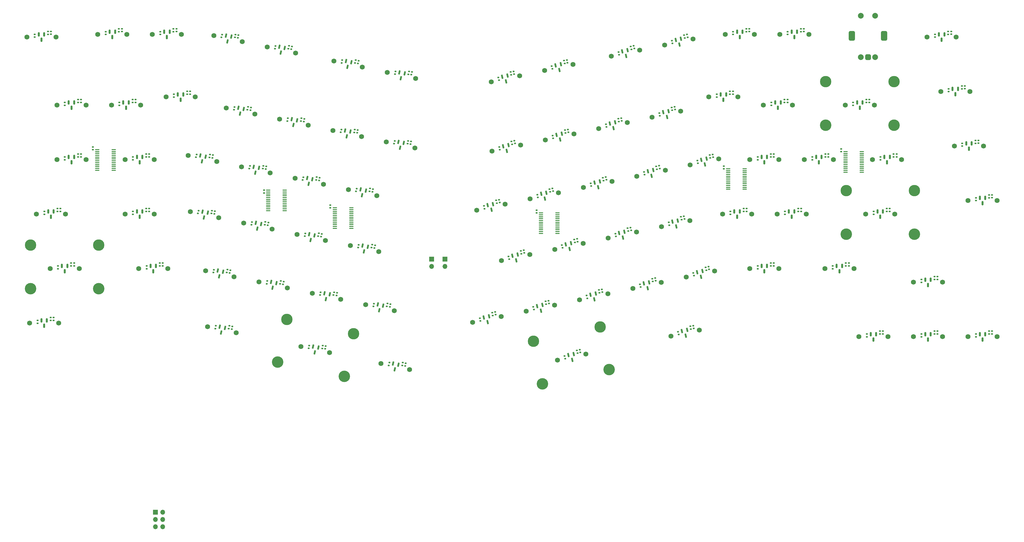
<source format=gbr>
%TF.GenerationSoftware,KiCad,Pcbnew,8.0.1*%
%TF.CreationDate,2024-04-11T15:05:29-07:00*%
%TF.ProjectId,Erebus,45726562-7573-42e6-9b69-6361645f7063,rev?*%
%TF.SameCoordinates,Original*%
%TF.FileFunction,Soldermask,Bot*%
%TF.FilePolarity,Negative*%
%FSLAX46Y46*%
G04 Gerber Fmt 4.6, Leading zero omitted, Abs format (unit mm)*
G04 Created by KiCad (PCBNEW 8.0.1) date 2024-04-11 15:05:29*
%MOMM*%
%LPD*%
G01*
G04 APERTURE LIST*
G04 Aperture macros list*
%AMRoundRect*
0 Rectangle with rounded corners*
0 $1 Rounding radius*
0 $2 $3 $4 $5 $6 $7 $8 $9 X,Y pos of 4 corners*
0 Add a 4 corners polygon primitive as box body*
4,1,4,$2,$3,$4,$5,$6,$7,$8,$9,$2,$3,0*
0 Add four circle primitives for the rounded corners*
1,1,$1+$1,$2,$3*
1,1,$1+$1,$4,$5*
1,1,$1+$1,$6,$7*
1,1,$1+$1,$8,$9*
0 Add four rect primitives between the rounded corners*
20,1,$1+$1,$2,$3,$4,$5,0*
20,1,$1+$1,$4,$5,$6,$7,0*
20,1,$1+$1,$6,$7,$8,$9,0*
20,1,$1+$1,$8,$9,$2,$3,0*%
G04 Aperture macros list end*
%ADD10C,4.000000*%
%ADD11C,3.987800*%
%ADD12R,1.700000X1.700000*%
%ADD13O,1.700000X1.700000*%
%ADD14C,2.000000*%
%ADD15RoundRect,0.500000X0.500000X-0.500000X0.500000X0.500000X-0.500000X0.500000X-0.500000X-0.500000X0*%
%ADD16RoundRect,0.550000X0.550000X-1.150000X0.550000X1.150000X-0.550000X1.150000X-0.550000X-1.150000X0*%
%ADD17RoundRect,0.140000X0.195393X-0.101596X0.137177X0.172286X-0.195393X0.101596X-0.137177X-0.172286X0*%
%ADD18RoundRect,0.135000X-0.209025X0.093586X-0.152889X-0.170514X0.209025X-0.093586X0.152889X0.170514X0*%
%ADD19RoundRect,0.140000X-0.170000X0.140000X-0.170000X-0.140000X0.170000X-0.140000X0.170000X0.140000X0*%
%ADD20RoundRect,0.140000X0.170000X-0.140000X0.170000X0.140000X-0.170000X0.140000X-0.170000X-0.140000X0*%
%ADD21RoundRect,0.140000X-0.195393X0.101596X-0.137177X-0.172286X0.195393X-0.101596X0.137177X0.172286X0*%
%ADD22RoundRect,0.140000X-0.137177X0.172286X-0.195393X-0.101596X0.137177X-0.172286X0.195393X0.101596X0*%
%ADD23RoundRect,0.135000X-0.185000X0.135000X-0.185000X-0.135000X0.185000X-0.135000X0.185000X0.135000X0*%
%ADD24C,1.750000*%
%ADD25RoundRect,0.150000X-0.024574X0.605848X-0.268870X-0.543475X0.024574X-0.605848X0.268870X0.543475X0*%
%ADD26RoundRect,0.150000X-0.268870X0.543475X-0.024574X-0.605848X0.268870X-0.543475X0.024574X0.605848X0*%
%ADD27RoundRect,0.150000X-0.150000X0.587500X-0.150000X-0.587500X0.150000X-0.587500X0.150000X0.587500X0*%
%ADD28RoundRect,0.140000X0.137177X-0.172286X0.195393X0.101596X-0.137177X0.172286X-0.195393X-0.101596X0*%
%ADD29RoundRect,0.135000X-0.152889X0.170514X-0.209025X-0.093586X0.152889X-0.170514X0.209025X0.093586X0*%
%ADD30RoundRect,0.100000X0.637500X0.100000X-0.637500X0.100000X-0.637500X-0.100000X0.637500X-0.100000X0*%
G04 APERTURE END LIST*
D10*
%TO.C,S75*%
X252092558Y-202324856D03*
D11*
X255261132Y-187417886D03*
D10*
X228800418Y-197373958D03*
D11*
X231968992Y-182466989D03*
%TD*%
D10*
%TO.C,S28*%
X443958308Y-114526562D03*
D11*
X443958308Y-99286562D03*
D10*
X420145808Y-114526562D03*
D11*
X420145808Y-99286562D03*
%TD*%
D12*
%TO.C,JP2*%
X287199600Y-161340800D03*
D13*
X287199600Y-163880800D03*
%TD*%
D12*
%TO.C,SWD1*%
X186144900Y-249824600D03*
D13*
X188684900Y-249824600D03*
X186144900Y-252364600D03*
X188684900Y-252364600D03*
X186144900Y-254904600D03*
X188684900Y-254904600D03*
%TD*%
D12*
%TO.C,JP1*%
X282549600Y-161340800D03*
D13*
X282549600Y-163880800D03*
%TD*%
D10*
%TO.C,S57*%
X451102058Y-152626562D03*
D11*
X451102058Y-137386562D03*
D10*
X427289558Y-152626562D03*
D11*
X427289558Y-137386562D03*
%TD*%
D10*
%TO.C,S77*%
X344539658Y-200001864D03*
D11*
X341371084Y-185094895D03*
D10*
X321247518Y-204952762D03*
D11*
X318078944Y-190045792D03*
%TD*%
D14*
%TO.C,ENCODER1*%
X432409558Y-90801600D03*
X437409558Y-90801600D03*
D15*
X434909558Y-90801600D03*
D16*
X429309558Y-83301600D03*
X440509558Y-83301600D03*
D14*
X437409558Y-76301600D03*
X432409558Y-76301600D03*
%TD*%
D10*
%TO.C,S59*%
X166304558Y-171676562D03*
D11*
X166304558Y-156436562D03*
D10*
X142492058Y-171676562D03*
D11*
X142492058Y-156436562D03*
%TD*%
D17*
%TO.C,C109*%
X328243401Y-157406639D03*
X328043805Y-156467617D03*
%TD*%
D18*
%TO.C,R77*%
X372858976Y-184849635D03*
X373071046Y-185847345D03*
%TD*%
D19*
%TO.C,C124*%
X157715508Y-162745362D03*
X157715508Y-163705362D03*
%TD*%
D20*
%TO.C,C31*%
X406870458Y-82808962D03*
X406870458Y-81848962D03*
%TD*%
D17*
%TO.C,C139*%
X355496259Y-171089453D03*
X355296663Y-170150431D03*
%TD*%
D21*
%TO.C,C138*%
X341966750Y-171942437D03*
X342166346Y-172881459D03*
%TD*%
D20*
%TO.C,C4*%
X319227200Y-145234600D03*
X319227200Y-144274600D03*
%TD*%
D17*
%TO.C,C77*%
X300990544Y-143723824D03*
X300790948Y-142784802D03*
%TD*%
D19*
%TO.C,C62*%
X435369258Y-105595362D03*
X435369258Y-106555362D03*
%TD*%
D22*
%TO.C,C20*%
X275658724Y-95956432D03*
X275459128Y-96895454D03*
%TD*%
D23*
%TO.C,R59*%
X156674108Y-162743362D03*
X156674108Y-163763362D03*
%TD*%
D24*
%TO.C,SW62*%
X232194747Y-171478808D03*
X222256767Y-169366426D03*
D25*
X226487276Y-169327649D03*
X227026682Y-171359193D03*
X228345756Y-169722683D03*
%TD*%
D19*
%TO.C,C38*%
X179146758Y-105595362D03*
X179146758Y-106555362D03*
%TD*%
D24*
%TO.C,SW65*%
X306828243Y-181401036D03*
X296890263Y-183513418D03*
D26*
X300739254Y-181757293D03*
X302058328Y-183393803D03*
X302597734Y-181362259D03*
%TD*%
D21*
%TO.C,C136*%
X323333038Y-175903155D03*
X323532634Y-176842177D03*
%TD*%
D24*
%TO.C,SW45*%
X154715808Y-145641562D03*
X144555808Y-145641562D03*
D27*
X148685808Y-144724062D03*
X149635808Y-146599062D03*
X150585808Y-144724062D03*
%TD*%
D28*
%TO.C,C133*%
X262215577Y-177893057D03*
X262415173Y-176954035D03*
%TD*%
D29*
%TO.C,R63*%
X248490590Y-172950873D03*
X248278520Y-173948583D03*
%TD*%
D21*
%TO.C,C24*%
X329792128Y-91758982D03*
X329991724Y-92698004D03*
%TD*%
D19*
%TO.C,C150*%
X150571758Y-181795362D03*
X150571758Y-182755362D03*
%TD*%
D23*
%TO.C,R69*%
X400990358Y-162743362D03*
X400990358Y-163763362D03*
%TD*%
D24*
%TO.C,SW55*%
X394269558Y-145641562D03*
X384109558Y-145641562D03*
D27*
X388239558Y-144724062D03*
X389189558Y-146599062D03*
X390139558Y-144724062D03*
%TD*%
D22*
%TO.C,C44*%
X238098831Y-112317316D03*
X237899235Y-113256338D03*
%TD*%
D28*
%TO.C,C151*%
X207012152Y-185634795D03*
X207211748Y-184695773D03*
%TD*%
D24*
%TO.C,SW56*%
X413319558Y-145641562D03*
X403159558Y-145641562D03*
D27*
X407289558Y-144724062D03*
X408239558Y-146599062D03*
X409189558Y-144724062D03*
%TD*%
D29*
%TO.C,R35*%
X261070453Y-136673629D03*
X260858383Y-137671339D03*
%TD*%
%TO.C,R4*%
X214080933Y-82865624D03*
X213868863Y-83863334D03*
%TD*%
D24*
%TO.C,SW52*%
X335476521Y-155836069D03*
X325538541Y-157948451D03*
D26*
X329387532Y-156192326D03*
X330706606Y-157828836D03*
X331246012Y-155797292D03*
%TD*%
D18*
%TO.C,R54*%
X369595969Y-146592032D03*
X369808039Y-147589742D03*
%TD*%
D24*
%TO.C,SW74*%
X214258746Y-187141981D03*
X204320766Y-185029599D03*
D25*
X208551275Y-184990822D03*
X209090681Y-187022366D03*
X210409755Y-185385856D03*
%TD*%
D20*
%TO.C,C163*%
X453542958Y-188536462D03*
X453542958Y-187576462D03*
%TD*%
D24*
%TO.C,SW39*%
X364124799Y-130271101D03*
X354186819Y-132383483D03*
D26*
X358035810Y-130627358D03*
X359354884Y-132263868D03*
X359894290Y-130232324D03*
%TD*%
D23*
%TO.C,R27*%
X405752858Y-105593362D03*
X405752858Y-106613362D03*
%TD*%
D20*
%TO.C,C91*%
X439255458Y-126623962D03*
X439255458Y-125663962D03*
%TD*%
D24*
%TO.C,SW26*%
X389507058Y-104684062D03*
X379347058Y-104684062D03*
D27*
X383477058Y-103766562D03*
X384427058Y-105641562D03*
X385377058Y-103766562D03*
%TD*%
D21*
%TO.C,C82*%
X343362171Y-132694655D03*
X343561767Y-133633677D03*
%TD*%
D23*
%TO.C,R78*%
X439090358Y-186555862D03*
X439090358Y-187575862D03*
%TD*%
D24*
%TO.C,SW58*%
X479994558Y-140879062D03*
X469834558Y-140879062D03*
D27*
X473964558Y-139961562D03*
X474914558Y-141836562D03*
X475864558Y-139961562D03*
%TD*%
D20*
%TO.C,C125*%
X183032958Y-164723962D03*
X183032958Y-163763962D03*
%TD*%
%TO.C,C123*%
X152076708Y-164723962D03*
X152076708Y-163763962D03*
%TD*%
%TO.C,C11*%
X187795458Y-82808962D03*
X187795458Y-81848962D03*
%TD*%
D29*
%TO.C,R34*%
X242436742Y-132712911D03*
X242224672Y-133710621D03*
%TD*%
D20*
%TO.C,C59*%
X401155458Y-107573962D03*
X401155458Y-106613962D03*
%TD*%
D22*
%TO.C,C14*%
X215099161Y-83084099D03*
X214899565Y-84023121D03*
%TD*%
D19*
%TO.C,C34*%
X160096758Y-105595362D03*
X160096758Y-106555362D03*
%TD*%
D17*
%TO.C,C141*%
X374129971Y-167128736D03*
X373930375Y-166189714D03*
%TD*%
D22*
%TO.C,C152*%
X212939105Y-184871804D03*
X212739509Y-185810826D03*
%TD*%
D24*
%TO.C,SW9*%
X331921045Y-93296146D03*
X321983065Y-95408528D03*
D26*
X325832056Y-93652403D03*
X327151130Y-95288913D03*
X327690536Y-93257369D03*
%TD*%
D29*
%TO.C,R5*%
X232714645Y-86826342D03*
X232502575Y-87824052D03*
%TD*%
D24*
%TO.C,SW80*%
X460944558Y-188504062D03*
X450784558Y-188504062D03*
D27*
X454914558Y-187586562D03*
X455864558Y-189461562D03*
X456814558Y-187586562D03*
%TD*%
D29*
%TO.C,R62*%
X229856878Y-168990156D03*
X229644808Y-169987866D03*
%TD*%
D19*
%TO.C,C40*%
X198196758Y-102737862D03*
X198196758Y-103697862D03*
%TD*%
D18*
%TO.C,R76*%
X333262339Y-193266160D03*
X333474409Y-194263870D03*
%TD*%
D29*
%TO.C,R33*%
X223803030Y-128752194D03*
X223590960Y-129749904D03*
%TD*%
D24*
%TO.C,SW76*%
X274818309Y-200014314D03*
X264880329Y-197901932D03*
D25*
X269110838Y-197863155D03*
X269650244Y-199894699D03*
X270969318Y-198258189D03*
%TD*%
D17*
%TO.C,C113*%
X365510825Y-149485203D03*
X365311229Y-148546181D03*
%TD*%
D18*
%TO.C,R8*%
X310139357Y-95934263D03*
X310351427Y-96931973D03*
%TD*%
D24*
%TO.C,SW63*%
X250828459Y-175439525D03*
X240890479Y-173327143D03*
D25*
X245120988Y-173288366D03*
X245660394Y-175319910D03*
X246979468Y-173683400D03*
%TD*%
D17*
%TO.C,C85*%
X375525391Y-127880953D03*
X375325795Y-126941931D03*
%TD*%
D29*
%TO.C,R20*%
X255714315Y-116059558D03*
X255502245Y-117057268D03*
%TD*%
D18*
%TO.C,R65*%
X322313979Y-176117718D03*
X322526049Y-177115428D03*
%TD*%
D29*
%TO.C,R64*%
X267124302Y-176911591D03*
X266912232Y-177909301D03*
%TD*%
D18*
%TO.C,R39*%
X360976823Y-128948500D03*
X361188893Y-129946210D03*
%TD*%
D24*
%TO.C,SW75*%
X246867741Y-194073237D03*
X236929761Y-191960855D03*
D25*
X241160270Y-191922078D03*
X241699676Y-193953622D03*
X243018750Y-192317112D03*
%TD*%
D28*
%TO.C,C69*%
X200260593Y-125772942D03*
X200460189Y-124833920D03*
%TD*%
D30*
%TO.C,U5*%
X326458500Y-145218200D03*
X326458500Y-145868200D03*
X326458500Y-146518200D03*
X326458500Y-147168200D03*
X326458500Y-147818200D03*
X326458500Y-148468200D03*
X326458500Y-149118200D03*
X326458500Y-149768200D03*
X326458500Y-150418200D03*
X326458500Y-151068200D03*
X326458500Y-151718200D03*
X326458500Y-152368200D03*
X320733500Y-152368200D03*
X320733500Y-151718200D03*
X320733500Y-151068200D03*
X320733500Y-150418200D03*
X320733500Y-149768200D03*
X320733500Y-149118200D03*
X320733500Y-148468200D03*
X320733500Y-147818200D03*
X320733500Y-147168200D03*
X320733500Y-146518200D03*
X320733500Y-145868200D03*
X320733500Y-145218200D03*
%TD*%
D29*
%TO.C,R19*%
X237080603Y-112098841D03*
X236868533Y-113096551D03*
%TD*%
D20*
%TO.C,C37*%
X173507958Y-107573962D03*
X173507958Y-106613962D03*
%TD*%
D24*
%TO.C,SW79*%
X441894558Y-188504062D03*
X431734558Y-188504062D03*
D27*
X435864558Y-187586562D03*
X436814558Y-189461562D03*
X437764558Y-187586562D03*
%TD*%
D23*
%TO.C,R42*%
X420040358Y-124643362D03*
X420040358Y-125663362D03*
%TD*%
D19*
%TO.C,C30*%
X393459258Y-80830362D03*
X393459258Y-81790362D03*
%TD*%
D21*
%TO.C,C54*%
X348718309Y-112080584D03*
X348917905Y-113019606D03*
%TD*%
D24*
%TO.C,SW51*%
X316842810Y-159796786D03*
X306904830Y-161909168D03*
D26*
X310753821Y-160153043D03*
X312072895Y-161789553D03*
X312612301Y-159758009D03*
%TD*%
D29*
%TO.C,R61*%
X211223166Y-165029438D03*
X211011096Y-166027148D03*
%TD*%
D24*
%TO.C,SW7*%
X276978365Y-98226609D03*
X267040385Y-96114227D03*
D25*
X271270894Y-96075450D03*
X271810300Y-98106994D03*
X273129374Y-96470484D03*
%TD*%
D29*
%TO.C,R75*%
X272480440Y-197525662D03*
X272268370Y-198523372D03*
%TD*%
D24*
%TO.C,SW64*%
X269462171Y-179400243D03*
X259524191Y-177287861D03*
D25*
X263754700Y-177249084D03*
X264294106Y-179280628D03*
X265613180Y-177644118D03*
%TD*%
D21*
%TO.C,C114*%
X370615028Y-146377469D03*
X370814624Y-147316491D03*
%TD*%
D23*
%TO.C,R70*%
X427184108Y-162743362D03*
X427184108Y-163763362D03*
%TD*%
D30*
%TO.C,U2*%
X231233900Y-137268000D03*
X231233900Y-137918000D03*
X231233900Y-138568000D03*
X231233900Y-139218000D03*
X231233900Y-139868000D03*
X231233900Y-140518000D03*
X231233900Y-141168000D03*
X231233900Y-141818000D03*
X231233900Y-142468000D03*
X231233900Y-143118000D03*
X231233900Y-143768000D03*
X231233900Y-144418000D03*
X225508900Y-144418000D03*
X225508900Y-143768000D03*
X225508900Y-143118000D03*
X225508900Y-142468000D03*
X225508900Y-141818000D03*
X225508900Y-141168000D03*
X225508900Y-140518000D03*
X225508900Y-139868000D03*
X225508900Y-139218000D03*
X225508900Y-138568000D03*
X225508900Y-137918000D03*
X225508900Y-137268000D03*
%TD*%
D23*
%TO.C,R45*%
X151911608Y-143693362D03*
X151911608Y-144713362D03*
%TD*%
D21*
%TO.C,C168*%
X304699326Y-179863872D03*
X304898922Y-180802894D03*
%TD*%
D22*
%TO.C,C156*%
X273498668Y-197744137D03*
X273299072Y-198683159D03*
%TD*%
D30*
%TO.C,U7*%
X432775200Y-123795000D03*
X432775200Y-124445000D03*
X432775200Y-125095000D03*
X432775200Y-125745000D03*
X432775200Y-126395000D03*
X432775200Y-127045000D03*
X432775200Y-127695000D03*
X432775200Y-128345000D03*
X432775200Y-128995000D03*
X432775200Y-129645000D03*
X432775200Y-130295000D03*
X432775200Y-130945000D03*
X427050200Y-130945000D03*
X427050200Y-130295000D03*
X427050200Y-129645000D03*
X427050200Y-128995000D03*
X427050200Y-128345000D03*
X427050200Y-127695000D03*
X427050200Y-127045000D03*
X427050200Y-126395000D03*
X427050200Y-125745000D03*
X427050200Y-125095000D03*
X427050200Y-124445000D03*
X427050200Y-123795000D03*
%TD*%
D18*
%TO.C,R25*%
X366332962Y-108334429D03*
X366545032Y-109332139D03*
%TD*%
%TO.C,R10*%
X352065208Y-87022648D03*
X352277278Y-88020358D03*
%TD*%
D17*
%TO.C,C135*%
X318228835Y-179010889D03*
X318029239Y-178071867D03*
%TD*%
D19*
%TO.C,C58*%
X387744258Y-102737862D03*
X387744258Y-103697862D03*
%TD*%
D24*
%TO.C,SW19*%
X239418472Y-114587493D03*
X229480492Y-112475111D03*
D25*
X233711001Y-112436334D03*
X234250407Y-114467878D03*
X235569481Y-112831368D03*
%TD*%
D23*
%TO.C,R17*%
X197155358Y-102735862D03*
X197155358Y-103755862D03*
%TD*%
D29*
%TO.C,R74*%
X244529872Y-191584585D03*
X244317802Y-192582295D03*
%TD*%
D21*
%TO.C,C110*%
X333347604Y-154298905D03*
X333547200Y-155237927D03*
%TD*%
D24*
%TO.C,SW46*%
X185672058Y-145641562D03*
X175512058Y-145641562D03*
D27*
X179642058Y-144724062D03*
X180592058Y-146599062D03*
X181542058Y-144724062D03*
%TD*%
D22*
%TO.C,C16*%
X233732873Y-87044817D03*
X233533277Y-87983839D03*
%TD*%
D24*
%TO.C,SW3*%
X195197058Y-82776562D03*
X185037058Y-82776562D03*
D27*
X189167058Y-81859062D03*
X190117058Y-83734062D03*
X191067058Y-81859062D03*
%TD*%
D24*
%TO.C,SW23*%
X332213514Y-117578466D03*
X322275534Y-119690848D03*
D26*
X326124525Y-117934723D03*
X327443599Y-119571233D03*
X327983005Y-117539689D03*
%TD*%
D23*
%TO.C,R2*%
X173342858Y-80828362D03*
X173342858Y-81848362D03*
%TD*%
D24*
%TO.C,SW6*%
X258344653Y-94265891D03*
X248406673Y-92153509D03*
D25*
X252637182Y-92114732D03*
X253176588Y-94146276D03*
X254495662Y-92509766D03*
%TD*%
D30*
%TO.C,U3*%
X171551600Y-123113800D03*
X171551600Y-123763800D03*
X171551600Y-124413800D03*
X171551600Y-125063800D03*
X171551600Y-125713800D03*
X171551600Y-126363800D03*
X171551600Y-127013800D03*
X171551600Y-127663800D03*
X171551600Y-128313800D03*
X171551600Y-128963800D03*
X171551600Y-129613800D03*
X171551600Y-130263800D03*
X165826600Y-130263800D03*
X165826600Y-129613800D03*
X165826600Y-128963800D03*
X165826600Y-128313800D03*
X165826600Y-127663800D03*
X165826600Y-127013800D03*
X165826600Y-126363800D03*
X165826600Y-125713800D03*
X165826600Y-125063800D03*
X165826600Y-124413800D03*
X165826600Y-123763800D03*
X165826600Y-123113800D03*
%TD*%
D24*
%TO.C,SW73*%
X152334558Y-183741562D03*
X142174558Y-183741562D03*
D27*
X146304558Y-182824062D03*
X147254558Y-184699062D03*
X148204558Y-182824062D03*
%TD*%
D23*
%TO.C,R1*%
X148577858Y-81780862D03*
X148577858Y-82800862D03*
%TD*%
D20*
%TO.C,C9*%
X168745458Y-82808962D03*
X168745458Y-81848962D03*
%TD*%
D24*
%TO.C,SW11*%
X373846896Y-84384532D03*
X363908916Y-86496914D03*
D26*
X367757907Y-84740789D03*
X369076981Y-86377299D03*
X369616387Y-84345755D03*
%TD*%
D28*
%TO.C,C41*%
X213538167Y-109119589D03*
X213737763Y-108180567D03*
%TD*%
D22*
%TO.C,C42*%
X219465120Y-108356598D03*
X219265524Y-109295620D03*
%TD*%
D24*
%TO.C,SW47*%
X208204897Y-146904019D03*
X198266917Y-144791637D03*
D25*
X202497426Y-144752860D03*
X203036832Y-146784404D03*
X204355906Y-145147894D03*
%TD*%
D18*
%TO.C,R52*%
X332328545Y-154513468D03*
X332540615Y-155511178D03*
%TD*%
D22*
%TO.C,C132*%
X249508818Y-173169348D03*
X249309222Y-174108370D03*
%TD*%
D24*
%TO.C,SW35*%
X263408322Y-139162281D03*
X253470342Y-137049899D03*
D25*
X257700851Y-137011122D03*
X258240257Y-139042666D03*
X259559331Y-137406156D03*
%TD*%
D28*
%TO.C,C105*%
X256859439Y-157278986D03*
X257059035Y-156339964D03*
%TD*%
D24*
%TO.C,SW5*%
X235052514Y-89314994D03*
X225114534Y-87202612D03*
D25*
X229345043Y-87163835D03*
X229884449Y-89195379D03*
X231203523Y-87558869D03*
%TD*%
D28*
%TO.C,C47*%
X269439302Y-121001742D03*
X269638898Y-120062720D03*
%TD*%
D20*
%TO.C,C39*%
X192557958Y-104716462D03*
X192557958Y-103756462D03*
%TD*%
D22*
%TO.C,C70*%
X206187546Y-125009951D03*
X205987950Y-125948973D03*
%TD*%
D19*
%TO.C,C122*%
X478231758Y-138932862D03*
X478231758Y-139892862D03*
%TD*%
D20*
%TO.C,C165*%
X472592958Y-188536462D03*
X472592958Y-187576462D03*
%TD*%
%TO.C,C95*%
X147314208Y-145673962D03*
X147314208Y-144713962D03*
%TD*%
D28*
%TO.C,C43*%
X232171878Y-113080307D03*
X232371474Y-112141285D03*
%TD*%
D24*
%TO.C,SW72*%
X460944558Y-169454062D03*
X450784558Y-169454062D03*
D27*
X454914558Y-168536562D03*
X455864558Y-170411562D03*
X456814558Y-168536562D03*
%TD*%
D22*
%TO.C,C154*%
X245548100Y-191803060D03*
X245348504Y-192742082D03*
%TD*%
D18*
%TO.C,R51*%
X313694834Y-158474185D03*
X313906904Y-159471895D03*
%TD*%
%TO.C,R9*%
X328773069Y-91973545D03*
X328985139Y-92971255D03*
%TD*%
D17*
%TO.C,C25*%
X347980064Y-89915819D03*
X347780468Y-88976797D03*
%TD*%
D24*
%TO.C,SW17*%
X199959558Y-104684062D03*
X189799558Y-104684062D03*
D27*
X193929558Y-103766562D03*
X194879558Y-105641562D03*
X195829558Y-103766562D03*
%TD*%
D22*
%TO.C,C72*%
X224821258Y-128970669D03*
X224621662Y-129909691D03*
%TD*%
D28*
%TO.C,C45*%
X250805590Y-117041024D03*
X251005186Y-116102002D03*
%TD*%
D20*
%TO.C,C29*%
X387820458Y-82808962D03*
X387820458Y-81848962D03*
%TD*%
D23*
%TO.C,R12*%
X392417858Y-80828362D03*
X392417858Y-81848362D03*
%TD*%
D19*
%TO.C,C116*%
X392506758Y-143695362D03*
X392506758Y-144655362D03*
%TD*%
D23*
%TO.C,R41*%
X400990358Y-124643362D03*
X400990358Y-125663362D03*
%TD*%
D20*
%TO.C,C61*%
X429730458Y-107573962D03*
X429730458Y-106613962D03*
%TD*%
D18*
%TO.C,R24*%
X347699250Y-112295147D03*
X347911320Y-113292857D03*
%TD*%
D24*
%TO.C,SW29*%
X470469558Y-102779062D03*
X460309558Y-102779062D03*
D27*
X464439558Y-101861562D03*
X465389558Y-103736562D03*
X466339558Y-101861562D03*
%TD*%
D20*
%TO.C,C119*%
X436874208Y-145673962D03*
X436874208Y-144713962D03*
%TD*%
D23*
%TO.C,R80*%
X477190358Y-186555862D03*
X477190358Y-187575862D03*
%TD*%
D24*
%TO.C,SW68*%
X362729379Y-169518883D03*
X352791399Y-171631265D03*
D26*
X356640390Y-169875140D03*
X357959464Y-171511650D03*
X358498870Y-169480106D03*
%TD*%
D29*
%TO.C,R73*%
X211920877Y-184653329D03*
X211708807Y-185651039D03*
%TD*%
D24*
%TO.C,SW22*%
X313579802Y-121539183D03*
X303641822Y-123651565D03*
D26*
X307490813Y-121895440D03*
X308809887Y-123531950D03*
X309349293Y-121500406D03*
%TD*%
D21*
%TO.C,C142*%
X379234174Y-164021002D03*
X379433770Y-164960024D03*
%TD*%
D24*
%TO.C,SW13*%
X414272058Y-82776562D03*
X404112058Y-82776562D03*
D27*
X408242058Y-81859062D03*
X409192058Y-83734062D03*
X410142058Y-81859062D03*
%TD*%
D23*
%TO.C,R60*%
X187630358Y-162743362D03*
X187630358Y-163763362D03*
%TD*%
D18*
%TO.C,R22*%
X310431826Y-120216582D03*
X310643896Y-121214292D03*
%TD*%
D23*
%TO.C,R58*%
X477190358Y-138930862D03*
X477190358Y-139950862D03*
%TD*%
D20*
%TO.C,C87*%
X396392958Y-126623962D03*
X396392958Y-125663962D03*
%TD*%
D24*
%TO.C,SW28*%
X437132058Y-107541562D03*
X426972058Y-107541562D03*
D27*
X431102058Y-106624062D03*
X432052058Y-108499062D03*
X433002058Y-106624062D03*
%TD*%
D24*
%TO.C,SW2*%
X176147058Y-82776562D03*
X165987058Y-82776562D03*
D27*
X170117058Y-81859062D03*
X171067058Y-83734062D03*
X172017058Y-81859062D03*
%TD*%
D21*
%TO.C,C158*%
X334281398Y-193051597D03*
X334480994Y-193990619D03*
%TD*%
D23*
%TO.C,R29*%
X467665358Y-100830862D03*
X467665358Y-101850862D03*
%TD*%
%TO.C,R79*%
X458140358Y-186555862D03*
X458140358Y-187575862D03*
%TD*%
D19*
%TO.C,C36*%
X463944258Y-81782862D03*
X463944258Y-82742862D03*
%TD*%
D24*
%TO.C,SW57*%
X444275808Y-145641562D03*
X434115808Y-145641562D03*
D27*
X438245808Y-144724062D03*
X439195808Y-146599062D03*
X440145808Y-144724062D03*
%TD*%
D28*
%TO.C,C99*%
X200958303Y-145396833D03*
X201157899Y-144457811D03*
%TD*%
D29*
%TO.C,R32*%
X205169318Y-124791476D03*
X204957248Y-125789186D03*
%TD*%
D18*
%TO.C,R53*%
X350962257Y-150552750D03*
X351174327Y-151550460D03*
%TD*%
D19*
%TO.C,C98*%
X183909258Y-143695362D03*
X183909258Y-144655362D03*
%TD*%
D24*
%TO.C,SW1*%
X151382058Y-83729062D03*
X141222058Y-83729062D03*
D27*
X145352058Y-82811562D03*
X146302058Y-84686562D03*
X147252058Y-82811562D03*
%TD*%
D22*
%TO.C,C104*%
X244152680Y-152555278D03*
X243953084Y-153494300D03*
%TD*%
D24*
%TO.C,SW36*%
X308223664Y-142153254D03*
X298285684Y-144265636D03*
D26*
X302134675Y-142509511D03*
X303453749Y-144146021D03*
X303993155Y-142114477D03*
%TD*%
D18*
%TO.C,R23*%
X329065538Y-116255865D03*
X329277608Y-117253575D03*
%TD*%
D28*
%TO.C,C71*%
X218894305Y-129733660D03*
X219093901Y-128794638D03*
%TD*%
D21*
%TO.C,C112*%
X351981316Y-150338187D03*
X352180912Y-151277209D03*
%TD*%
D24*
%TO.C,SW49*%
X245472321Y-154825455D03*
X235534341Y-152713073D03*
D25*
X239764850Y-152674296D03*
X240304256Y-154705840D03*
X241623330Y-153069330D03*
%TD*%
D28*
%TO.C,C155*%
X267571715Y-198507128D03*
X267771311Y-197568106D03*
%TD*%
D20*
%TO.C,C93*%
X467830458Y-121861462D03*
X467830458Y-120901462D03*
%TD*%
D24*
%TO.C,SW14*%
X465707058Y-83729062D03*
X455547058Y-83729062D03*
D27*
X459677058Y-82811562D03*
X460627058Y-84686562D03*
X461577058Y-82811562D03*
%TD*%
D23*
%TO.C,R46*%
X182867858Y-143693362D03*
X182867858Y-144713362D03*
%TD*%
D24*
%TO.C,SW77*%
X336410315Y-194588761D03*
X326472335Y-196701143D03*
D26*
X330321326Y-194945018D03*
X331640400Y-196581528D03*
X332179806Y-194549984D03*
%TD*%
D20*
%TO.C,C33*%
X154457958Y-107573962D03*
X154457958Y-106613962D03*
%TD*%
D24*
%TO.C,SW67*%
X344095667Y-173479601D03*
X334157687Y-175591983D03*
D26*
X338006678Y-173835858D03*
X339325752Y-175472368D03*
X339865158Y-173440824D03*
%TD*%
D18*
%TO.C,R81*%
X303680267Y-180078435D03*
X303892337Y-181076145D03*
%TD*%
D17*
%TO.C,C55*%
X362247818Y-111227600D03*
X362048222Y-110288578D03*
%TD*%
D30*
%TO.C,U6*%
X391830400Y-129794000D03*
X391830400Y-130444000D03*
X391830400Y-131094000D03*
X391830400Y-131744000D03*
X391830400Y-132394000D03*
X391830400Y-133044000D03*
X391830400Y-133694000D03*
X391830400Y-134344000D03*
X391830400Y-134994000D03*
X391830400Y-135644000D03*
X391830400Y-136294000D03*
X391830400Y-136944000D03*
X386105400Y-136944000D03*
X386105400Y-136294000D03*
X386105400Y-135644000D03*
X386105400Y-134994000D03*
X386105400Y-134344000D03*
X386105400Y-133694000D03*
X386105400Y-133044000D03*
X386105400Y-132394000D03*
X386105400Y-131744000D03*
X386105400Y-131094000D03*
X386105400Y-130444000D03*
X386105400Y-129794000D03*
%TD*%
D22*
%TO.C,C18*%
X257025012Y-91995714D03*
X256825416Y-92934736D03*
%TD*%
D19*
%TO.C,C164*%
X459181758Y-186557862D03*
X459181758Y-187517862D03*
%TD*%
D24*
%TO.C,SW18*%
X220784761Y-110626775D03*
X210846781Y-108514393D03*
D25*
X215077290Y-108475616D03*
X215616696Y-110507160D03*
X216935770Y-108870650D03*
%TD*%
D21*
%TO.C,C28*%
X371717979Y-82847368D03*
X371917575Y-83786390D03*
%TD*%
D22*
%TO.C,C46*%
X256732543Y-116278033D03*
X256532947Y-117217055D03*
%TD*%
D19*
%TO.C,C88*%
X402031758Y-124645362D03*
X402031758Y-125605362D03*
%TD*%
D18*
%TO.C,R40*%
X379610535Y-124987782D03*
X379822605Y-125985492D03*
%TD*%
D17*
%TO.C,C157*%
X329177195Y-196159331D03*
X328977599Y-195220309D03*
%TD*%
D20*
%TO.C,C117*%
X405917958Y-145673962D03*
X405917958Y-144713962D03*
%TD*%
D29*
%TO.C,R50*%
X261768164Y-156297520D03*
X261556094Y-157295230D03*
%TD*%
D20*
%TO.C,C57*%
X382105458Y-104716462D03*
X382105458Y-103756462D03*
%TD*%
D24*
%TO.C,SW53*%
X354110233Y-151875351D03*
X344172253Y-153987733D03*
D26*
X348021244Y-152231608D03*
X349340318Y-153868118D03*
X349879724Y-151836574D03*
%TD*%
D24*
%TO.C,SW33*%
X226140899Y-131240846D03*
X216202919Y-129128464D03*
D25*
X220433428Y-129089687D03*
X220972834Y-131121231D03*
X222291908Y-129484721D03*
%TD*%
D24*
%TO.C,SW69*%
X381363091Y-165558166D03*
X371425111Y-167670548D03*
D26*
X375274102Y-165914423D03*
X376593176Y-167550933D03*
X377132582Y-165519389D03*
%TD*%
D24*
%TO.C,SW71*%
X429988308Y-164691562D03*
X419828308Y-164691562D03*
D27*
X423958308Y-163774062D03*
X424908308Y-165649062D03*
X425858308Y-163774062D03*
%TD*%
D17*
%TO.C,C111*%
X346877113Y-153445921D03*
X346677517Y-152506899D03*
%TD*%
D24*
%TO.C,SW81*%
X479994558Y-188504062D03*
X469834558Y-188504062D03*
D27*
X473964558Y-187586562D03*
X474914558Y-189461562D03*
X475864558Y-187586562D03*
%TD*%
D20*
%TO.C,C7*%
X143980458Y-83761462D03*
X143980458Y-82801462D03*
%TD*%
D17*
%TO.C,C49*%
X306346682Y-123109753D03*
X306147086Y-122170731D03*
%TD*%
D20*
%TO.C,C67*%
X178270458Y-126623962D03*
X178270458Y-125663962D03*
%TD*%
D21*
%TO.C,C78*%
X306094747Y-140616090D03*
X306294343Y-141555112D03*
%TD*%
D23*
%TO.C,R14*%
X159055358Y-105593362D03*
X159055358Y-106613362D03*
%TD*%
D20*
%TO.C,C5*%
X384581400Y-129788800D03*
X384581400Y-128828800D03*
%TD*%
D23*
%TO.C,R55*%
X391465358Y-143693362D03*
X391465358Y-144713362D03*
%TD*%
D29*
%TO.C,R49*%
X243134452Y-152336803D03*
X242922382Y-153334513D03*
%TD*%
D20*
%TO.C,C89*%
X415442958Y-126623962D03*
X415442958Y-125663962D03*
%TD*%
D30*
%TO.C,U4*%
X254500300Y-143440200D03*
X254500300Y-144090200D03*
X254500300Y-144740200D03*
X254500300Y-145390200D03*
X254500300Y-146040200D03*
X254500300Y-146690200D03*
X254500300Y-147340200D03*
X254500300Y-147990200D03*
X254500300Y-148640200D03*
X254500300Y-149290200D03*
X254500300Y-149940200D03*
X254500300Y-150590200D03*
X248775300Y-150590200D03*
X248775300Y-149940200D03*
X248775300Y-149290200D03*
X248775300Y-148640200D03*
X248775300Y-147990200D03*
X248775300Y-147340200D03*
X248775300Y-146690200D03*
X248775300Y-146040200D03*
X248775300Y-145390200D03*
X248775300Y-144740200D03*
X248775300Y-144090200D03*
X248775300Y-143440200D03*
%TD*%
D28*
%TO.C,C13*%
X209172208Y-83847090D03*
X209371804Y-82908068D03*
%TD*%
D20*
%TO.C,C149*%
X144932958Y-183773962D03*
X144932958Y-182813962D03*
%TD*%
D24*
%TO.C,SW25*%
X369480938Y-109657030D03*
X359542958Y-111769412D03*
D26*
X363391949Y-110013287D03*
X364711023Y-111649797D03*
X365250429Y-109618253D03*
%TD*%
D20*
%TO.C,C145*%
X422586708Y-164723962D03*
X422586708Y-163763962D03*
%TD*%
D21*
%TO.C,C84*%
X361995882Y-128733937D03*
X362195478Y-129672959D03*
%TD*%
D29*
%TO.C,R47*%
X205867028Y-144415367D03*
X205654958Y-145413077D03*
%TD*%
D24*
%TO.C,SW54*%
X372743945Y-147914633D03*
X362805965Y-150027015D03*
D26*
X366654956Y-148270890D03*
X367974030Y-149907400D03*
X368513436Y-147875856D03*
%TD*%
D21*
%TO.C,C56*%
X367352021Y-108119866D03*
X367551617Y-109058888D03*
%TD*%
D22*
%TO.C,C130*%
X230875106Y-169208631D03*
X230675510Y-170147653D03*
%TD*%
D19*
%TO.C,C120*%
X442513008Y-143695362D03*
X442513008Y-144655362D03*
%TD*%
D29*
%TO.C,R18*%
X218446892Y-108138123D03*
X218234822Y-109135833D03*
%TD*%
D23*
%TO.C,R16*%
X178105358Y-105593362D03*
X178105358Y-106613362D03*
%TD*%
D24*
%TO.C,SW59*%
X159478308Y-164691562D03*
X149318308Y-164691562D03*
D27*
X153448308Y-163774062D03*
X154398308Y-165649062D03*
X155348308Y-163774062D03*
%TD*%
D23*
%TO.C,R43*%
X443852858Y-124643362D03*
X443852858Y-125663362D03*
%TD*%
D17*
%TO.C,C51*%
X324980394Y-119149036D03*
X324780798Y-118210014D03*
%TD*%
D23*
%TO.C,R30*%
X159055358Y-124643362D03*
X159055358Y-125663362D03*
%TD*%
D29*
%TO.C,R6*%
X256006784Y-91777239D03*
X255794714Y-92774949D03*
%TD*%
D24*
%TO.C,SW44*%
X475232058Y-121829062D03*
X465072058Y-121829062D03*
D27*
X469202058Y-120911562D03*
X470152058Y-122786562D03*
X471102058Y-120911562D03*
%TD*%
D19*
%TO.C,C162*%
X440131758Y-186557862D03*
X440131758Y-187517862D03*
%TD*%
%TO.C,C118*%
X411556758Y-143695362D03*
X411556758Y-144655362D03*
%TD*%
%TO.C,C60*%
X406794258Y-105595362D03*
X406794258Y-106555362D03*
%TD*%
D23*
%TO.C,R71*%
X458140358Y-167505862D03*
X458140358Y-168525862D03*
%TD*%
%TO.C,R26*%
X386702858Y-102735862D03*
X386702858Y-103755862D03*
%TD*%
D20*
%TO.C,C35*%
X458305458Y-83761462D03*
X458305458Y-82801462D03*
%TD*%
%TO.C,C121*%
X472592958Y-140911462D03*
X472592958Y-139951462D03*
%TD*%
D23*
%TO.C,R3*%
X192392858Y-80828362D03*
X192392858Y-81848362D03*
%TD*%
D24*
%TO.C,SW70*%
X403794558Y-164691562D03*
X393634558Y-164691562D03*
D27*
X397764558Y-163774062D03*
X398714558Y-165649062D03*
X399664558Y-163774062D03*
%TD*%
D28*
%TO.C,C127*%
X206314441Y-166010904D03*
X206514037Y-165071882D03*
%TD*%
D22*
%TO.C,C48*%
X275366255Y-120238751D03*
X275166659Y-121177773D03*
%TD*%
D17*
%TO.C,C23*%
X324687925Y-94866716D03*
X324488329Y-93927694D03*
%TD*%
%TO.C,C83*%
X356891679Y-131841671D03*
X356692083Y-130902649D03*
%TD*%
%TO.C,C107*%
X309609690Y-161367356D03*
X309410094Y-160428334D03*
%TD*%
D28*
%TO.C,C153*%
X239621147Y-192566051D03*
X239820743Y-191627029D03*
%TD*%
D17*
%TO.C,C27*%
X366613776Y-85955102D03*
X366414180Y-85016080D03*
%TD*%
D24*
%TO.C,SW48*%
X226838609Y-150864737D03*
X216900629Y-148752355D03*
D25*
X221131138Y-148713578D03*
X221670544Y-150745122D03*
X222989618Y-149108612D03*
%TD*%
D17*
%TO.C,C81*%
X338257968Y-135802389D03*
X338058372Y-134863367D03*
%TD*%
D24*
%TO.C,SW12*%
X395222058Y-82776562D03*
X385062058Y-82776562D03*
D27*
X389192058Y-81859062D03*
X390142058Y-83734062D03*
X391092058Y-81859062D03*
%TD*%
D19*
%TO.C,C146*%
X428225508Y-162745362D03*
X428225508Y-163705362D03*
%TD*%
D29*
%TO.C,R7*%
X274640496Y-95737957D03*
X274428426Y-96735667D03*
%TD*%
D21*
%TO.C,C22*%
X311158416Y-95719700D03*
X311358012Y-96658722D03*
%TD*%
D20*
%TO.C,C1*%
X164236400Y-123111200D03*
X164236400Y-122151200D03*
%TD*%
%TO.C,C143*%
X396392958Y-164723962D03*
X396392958Y-163763962D03*
%TD*%
D24*
%TO.C,SW43*%
X446657058Y-126591562D03*
X436497058Y-126591562D03*
D27*
X440627058Y-125674062D03*
X441577058Y-127549062D03*
X442527058Y-125674062D03*
%TD*%
D24*
%TO.C,SW21*%
X276685896Y-122508928D03*
X266747916Y-120396546D03*
D25*
X270978425Y-120357769D03*
X271517831Y-122389313D03*
X272836905Y-120752803D03*
%TD*%
D24*
%TO.C,SW38*%
X345491088Y-134231819D03*
X335553108Y-136344201D03*
D26*
X339402099Y-134588076D03*
X340721173Y-136224586D03*
X341260579Y-134193042D03*
%TD*%
D29*
%TO.C,R21*%
X274348027Y-120020276D03*
X274135957Y-121017986D03*
%TD*%
D22*
%TO.C,C100*%
X206885256Y-144633842D03*
X206685660Y-145572864D03*
%TD*%
D17*
%TO.C,C53*%
X343614106Y-115188318D03*
X343414510Y-114249296D03*
%TD*%
D24*
%TO.C,SW50*%
X264106033Y-158786172D03*
X254168053Y-156673790D03*
D25*
X258398562Y-156635013D03*
X258937968Y-158666557D03*
X260257042Y-157030047D03*
%TD*%
D19*
%TO.C,C32*%
X412509258Y-80830362D03*
X412509258Y-81790362D03*
%TD*%
D20*
%TO.C,C115*%
X386867958Y-145673962D03*
X386867958Y-144713962D03*
%TD*%
D19*
%TO.C,C2*%
X224028000Y-137264200D03*
X224028000Y-138224200D03*
%TD*%
D22*
%TO.C,C102*%
X225518968Y-148594560D03*
X225319372Y-149533582D03*
%TD*%
D21*
%TO.C,C50*%
X311450885Y-120002019D03*
X311650481Y-120941041D03*
%TD*%
D23*
%TO.C,R31*%
X182867858Y-124643362D03*
X182867858Y-125663362D03*
%TD*%
D20*
%TO.C,C63*%
X463067958Y-102811462D03*
X463067958Y-101851462D03*
%TD*%
D17*
%TO.C,C137*%
X336862547Y-175050171D03*
X336662951Y-174111149D03*
%TD*%
D20*
%TO.C,C147*%
X453542958Y-169486462D03*
X453542958Y-168526462D03*
%TD*%
D24*
%TO.C,SW10*%
X355213184Y-88345249D03*
X345275204Y-90457631D03*
D26*
X349124195Y-88701506D03*
X350443269Y-90338016D03*
X350982675Y-88306472D03*
%TD*%
D18*
%TO.C,R11*%
X370698920Y-83061931D03*
X370910990Y-84059641D03*
%TD*%
D24*
%TO.C,SW20*%
X258052184Y-118548210D03*
X248114204Y-116435828D03*
D25*
X252344713Y-116397051D03*
X252884119Y-118428595D03*
X254203193Y-116792085D03*
%TD*%
D22*
%TO.C,C128*%
X212241394Y-165247913D03*
X212041798Y-166186935D03*
%TD*%
%TO.C,C106*%
X262786392Y-156515995D03*
X262586796Y-157455017D03*
%TD*%
D24*
%TO.C,SW27*%
X408557058Y-107541562D03*
X398397058Y-107541562D03*
D27*
X402527058Y-106624062D03*
X403477058Y-108499062D03*
X404427058Y-106624062D03*
%TD*%
D24*
%TO.C,SW31*%
X185672058Y-126591562D03*
X175512058Y-126591562D03*
D27*
X179642058Y-125674062D03*
X180592058Y-127549062D03*
X181542058Y-125674062D03*
%TD*%
D23*
%TO.C,R72*%
X149530358Y-181793362D03*
X149530358Y-182813362D03*
%TD*%
D28*
%TO.C,C17*%
X251098059Y-92758705D03*
X251297655Y-91819683D03*
%TD*%
D24*
%TO.C,SW15*%
X161859558Y-107541562D03*
X151699558Y-107541562D03*
D27*
X155829558Y-106624062D03*
X156779558Y-108499062D03*
X157729558Y-106624062D03*
%TD*%
D19*
%TO.C,C64*%
X468706758Y-100832862D03*
X468706758Y-101792862D03*
%TD*%
D23*
%TO.C,R15*%
X462902858Y-81780862D03*
X462902858Y-82800862D03*
%TD*%
D21*
%TO.C,C80*%
X324728459Y-136655372D03*
X324928055Y-137594394D03*
%TD*%
%TO.C,C86*%
X380629594Y-124773219D03*
X380829190Y-125712241D03*
%TD*%
D19*
%TO.C,C148*%
X459181758Y-167507862D03*
X459181758Y-168467862D03*
%TD*%
D22*
%TO.C,C74*%
X243454970Y-132931386D03*
X243255374Y-133870408D03*
%TD*%
D20*
%TO.C,C161*%
X434492958Y-188536462D03*
X434492958Y-187576462D03*
%TD*%
D22*
%TO.C,C134*%
X268142530Y-177130066D03*
X267942934Y-178069088D03*
%TD*%
D24*
%TO.C,SW40*%
X382758511Y-126310383D03*
X372820531Y-128422765D03*
D26*
X376669522Y-126666640D03*
X377988596Y-128303150D03*
X378528002Y-126271606D03*
%TD*%
D19*
%TO.C,C68*%
X183909258Y-124645362D03*
X183909258Y-125605362D03*
%TD*%
D23*
%TO.C,R57*%
X441471608Y-143693362D03*
X441471608Y-144713362D03*
%TD*%
D18*
%TO.C,R68*%
X378215115Y-164235565D03*
X378427185Y-165233275D03*
%TD*%
%TO.C,R36*%
X305075688Y-140830653D03*
X305287758Y-141828363D03*
%TD*%
D24*
%TO.C,SW61*%
X213561035Y-167518090D03*
X203623055Y-165405708D03*
D25*
X207853564Y-165366931D03*
X208392970Y-167398475D03*
X209712044Y-165761965D03*
%TD*%
D20*
%TO.C,C65*%
X154457958Y-126623962D03*
X154457958Y-125663962D03*
%TD*%
D19*
%TO.C,C126*%
X188671758Y-162745362D03*
X188671758Y-163705362D03*
%TD*%
%TO.C,C92*%
X444894258Y-124645362D03*
X444894258Y-125605362D03*
%TD*%
D22*
%TO.C,C76*%
X262088681Y-136892104D03*
X261889085Y-137831126D03*
%TD*%
D24*
%TO.C,SW42*%
X422844558Y-126591562D03*
X412684558Y-126591562D03*
D27*
X416814558Y-125674062D03*
X417764558Y-127549062D03*
X418714558Y-125674062D03*
%TD*%
D19*
%TO.C,C8*%
X149619258Y-81782862D03*
X149619258Y-82742862D03*
%TD*%
D23*
%TO.C,R28*%
X434327858Y-105593362D03*
X434327858Y-106613362D03*
%TD*%
%TO.C,R44*%
X472427858Y-119880862D03*
X472427858Y-120900862D03*
%TD*%
D17*
%TO.C,C79*%
X319624256Y-139763106D03*
X319424660Y-138824084D03*
%TD*%
D24*
%TO.C,SW32*%
X207507187Y-127280128D03*
X197569207Y-125167746D03*
D25*
X201799716Y-125128969D03*
X202339122Y-127160513D03*
X203658196Y-125524003D03*
%TD*%
D17*
%TO.C,C159*%
X368773832Y-187742806D03*
X368574236Y-186803784D03*
%TD*%
D18*
%TO.C,R67*%
X359581403Y-168196282D03*
X359793473Y-169193992D03*
%TD*%
D19*
%TO.C,C94*%
X473469258Y-119882862D03*
X473469258Y-120842862D03*
%TD*%
%TO.C,C166*%
X478231758Y-186557862D03*
X478231758Y-187517862D03*
%TD*%
D18*
%TO.C,R37*%
X323709400Y-136869935D03*
X323921470Y-137867645D03*
%TD*%
D21*
%TO.C,C26*%
X353084267Y-86808085D03*
X353283863Y-87747107D03*
%TD*%
D18*
%TO.C,R66*%
X340947691Y-172157000D03*
X341159761Y-173154710D03*
%TD*%
D28*
%TO.C,C75*%
X256161728Y-137655095D03*
X256361324Y-136716073D03*
%TD*%
D19*
%TO.C,C90*%
X421081758Y-124645362D03*
X421081758Y-125605362D03*
%TD*%
D24*
%TO.C,SW66*%
X325461955Y-177440319D03*
X315523975Y-179552701D03*
D26*
X319372966Y-177796576D03*
X320692040Y-179433086D03*
X321231446Y-177401542D03*
%TD*%
D17*
%TO.C,C21*%
X306054213Y-98827434D03*
X305854617Y-97888412D03*
%TD*%
D28*
%TO.C,C103*%
X238225727Y-153318269D03*
X238425323Y-152379247D03*
%TD*%
D20*
%TO.C,C97*%
X178270458Y-145673962D03*
X178270458Y-144713962D03*
%TD*%
D24*
%TO.C,SW37*%
X326857376Y-138192536D03*
X316919396Y-140304918D03*
D26*
X320768387Y-138548793D03*
X322087461Y-140185303D03*
X322626867Y-138153759D03*
%TD*%
D17*
%TO.C,C167*%
X299595123Y-182971606D03*
X299395527Y-182032584D03*
%TD*%
D19*
%TO.C,C10*%
X174384258Y-80830362D03*
X174384258Y-81790362D03*
%TD*%
%TO.C,C12*%
X193434258Y-80830362D03*
X193434258Y-81790362D03*
%TD*%
D24*
%TO.C,SW41*%
X403794558Y-126591562D03*
X393634558Y-126591562D03*
D27*
X397764558Y-125674062D03*
X398714558Y-127549062D03*
X399664558Y-125674062D03*
%TD*%
D28*
%TO.C,C101*%
X219592015Y-149357551D03*
X219791611Y-148418529D03*
%TD*%
D29*
%TO.C,R48*%
X224500740Y-148376085D03*
X224288670Y-149373795D03*
%TD*%
D28*
%TO.C,C73*%
X237528017Y-133694377D03*
X237727613Y-132755355D03*
%TD*%
D24*
%TO.C,SW60*%
X190434558Y-164691562D03*
X180274558Y-164691562D03*
D27*
X184404558Y-163774062D03*
X185354558Y-165649062D03*
X186304558Y-163774062D03*
%TD*%
D24*
%TO.C,SW24*%
X350847226Y-113617748D03*
X340909246Y-115730130D03*
D26*
X344758237Y-113974005D03*
X346077311Y-115610515D03*
X346616717Y-113578971D03*
%TD*%
D24*
%TO.C,SW34*%
X244774611Y-135201563D03*
X234836631Y-133089181D03*
D25*
X239067140Y-133050404D03*
X239606546Y-135081948D03*
X240925620Y-133445438D03*
%TD*%
D18*
%TO.C,R38*%
X342343112Y-132909218D03*
X342555182Y-133906928D03*
%TD*%
D24*
%TO.C,SW78*%
X376006952Y-186172236D03*
X366068972Y-188284618D03*
D26*
X369917963Y-186528493D03*
X371237037Y-188165003D03*
X371776443Y-186133459D03*
%TD*%
D28*
%TO.C,C15*%
X227805920Y-87807808D03*
X228005516Y-86868786D03*
%TD*%
D24*
%TO.C,SW8*%
X313287333Y-97256864D03*
X303349353Y-99369246D03*
D26*
X307198344Y-97613121D03*
X308517418Y-99249631D03*
X309056824Y-97218087D03*
%TD*%
D21*
%TO.C,C140*%
X360600462Y-167981719D03*
X360800058Y-168920741D03*
%TD*%
%TO.C,C108*%
X314713893Y-158259622D03*
X314913489Y-159198644D03*
%TD*%
D20*
%TO.C,C6*%
X425526200Y-123797000D03*
X425526200Y-122837000D03*
%TD*%
D28*
%TO.C,C131*%
X243581865Y-173932339D03*
X243781461Y-172993317D03*
%TD*%
D19*
%TO.C,C144*%
X402031758Y-162745362D03*
X402031758Y-163705362D03*
%TD*%
D20*
%TO.C,C3*%
X247142000Y-143431200D03*
X247142000Y-142471200D03*
%TD*%
D28*
%TO.C,C129*%
X224948153Y-169971622D03*
X225147749Y-169032600D03*
%TD*%
%TO.C,C19*%
X269731771Y-96719423D03*
X269931367Y-95780401D03*
%TD*%
D23*
%TO.C,R13*%
X411467858Y-80828362D03*
X411467858Y-81848362D03*
%TD*%
D24*
%TO.C,SW16*%
X180909558Y-107541562D03*
X170749558Y-107541562D03*
D27*
X174879558Y-106624062D03*
X175829558Y-108499062D03*
X176779558Y-106624062D03*
%TD*%
D21*
%TO.C,C52*%
X330084597Y-116041302D03*
X330284193Y-116980324D03*
%TD*%
%TO.C,C160*%
X373878035Y-184635072D03*
X374077631Y-185574094D03*
%TD*%
D24*
%TO.C,SW30*%
X161859558Y-126591562D03*
X151699558Y-126591562D03*
D27*
X155829558Y-125674062D03*
X156779558Y-127549062D03*
X157729558Y-125674062D03*
%TD*%
D19*
%TO.C,C96*%
X152953008Y-143695362D03*
X152953008Y-144655362D03*
%TD*%
D24*
%TO.C,SW4*%
X216418802Y-85354276D03*
X206480822Y-83241894D03*
D25*
X210711331Y-83203117D03*
X211250737Y-85234661D03*
X212569811Y-83598151D03*
%TD*%
D23*
%TO.C,R56*%
X410515358Y-143693362D03*
X410515358Y-144713362D03*
%TD*%
D19*
%TO.C,C66*%
X160096758Y-124645362D03*
X160096758Y-125605362D03*
%TD*%
M02*

</source>
